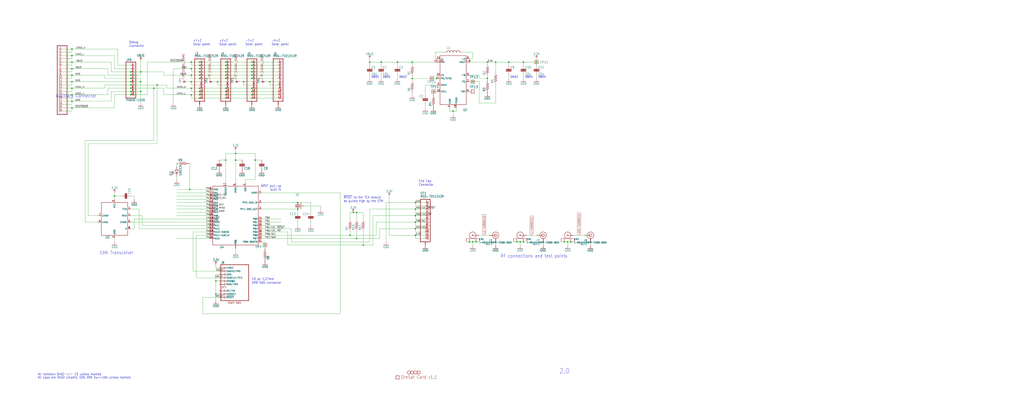
<source format=kicad_sch>
(kicad_sch (version 20211123) (generator eeschema)
  (paper "User" 795.02 317.906)
  (junction (at 195.58 55.88))
  (junction (at 148.59 63.5))
  (junction (at 55.88 68.58))
  (junction (at 167.64 218.44))
  (junction (at 271.78 182.88))
  (junction (at 88.9 152.4))
  (junction (at 205.74 190.5))
  (junction (at 119.38 68.58))
  (junction (at 378.46 48.26))
  (junction (at 148.59 68.58))
  (junction (at 148.59 58.42))
  (junction (at 175.26 76.2))
  (junction (at 274.32 165.1))
  (junction (at 55.88 53.34))
  (junction (at 364.49 187.96))
  (junction (at 175.26 55.88))
  (junction (at 175.26 53.34))
  (junction (at 322.58 162.56))
  (junction (at 308.61 48.26))
  (junction (at 109.22 55.88))
  (junction (at 154.94 50.8))
  (junction (at 195.58 53.34))
  (junction (at 55.88 83.82))
  (junction (at 401.32 187.96))
  (junction (at 440.69 187.96))
  (junction (at 121.92 66.04))
  (junction (at 406.4 187.96))
  (junction (at 109.22 71.12))
  (junction (at 195.58 76.2))
  (junction (at 378.46 60.96))
  (junction (at 168.91 63.5))
  (junction (at 198.12 124.46))
  (junction (at 109.22 63.5))
  (junction (at 195.58 60.96))
  (junction (at 195.58 71.12))
  (junction (at 154.94 76.2))
  (junction (at 384.81 48.26))
  (junction (at 189.23 63.5))
  (junction (at 101.6 71.12))
  (junction (at 322.58 157.48))
  (junction (at 55.88 78.74))
  (junction (at 101.6 73.66))
  (junction (at 101.6 63.5))
  (junction (at 175.26 58.42))
  (junction (at 182.88 119.38))
  (junction (at 147.32 147.32))
  (junction (at 367.03 63.5))
  (junction (at 209.55 63.5))
  (junction (at 295.91 48.26))
  (junction (at 154.94 58.42))
  (junction (at 175.26 73.66))
  (junction (at 443.23 187.96))
  (junction (at 367.03 187.96))
  (junction (at 406.4 48.26))
  (junction (at 231.14 157.48))
  (junction (at 276.86 185.42))
  (junction (at 154.94 71.12))
  (junction (at 101.6 58.42))
  (junction (at 351.79 86.36))
  (junction (at 167.64 228.6))
  (junction (at 55.88 63.5))
  (junction (at 55.88 43.18))
  (junction (at 55.88 58.42))
  (junction (at 195.58 68.58))
  (junction (at 336.55 71.12))
  (junction (at 55.88 48.26))
  (junction (at 175.26 68.58))
  (junction (at 281.94 190.5))
  (junction (at 101.6 55.88))
  (junction (at 175.26 71.12))
  (junction (at 195.58 48.26))
  (junction (at 195.58 50.8))
  (junction (at 416.56 48.26))
  (junction (at 154.94 60.96))
  (junction (at 403.86 187.96))
  (junction (at 394.97 48.26))
  (junction (at 154.94 53.34))
  (junction (at 276.86 165.1))
  (junction (at 231.14 162.56))
  (junction (at 320.04 48.26))
  (junction (at 55.88 73.66))
  (junction (at 148.59 48.26))
  (junction (at 175.26 124.46))
  (junction (at 148.59 53.34))
  (junction (at 175.26 48.26))
  (junction (at 175.26 60.96))
  (junction (at 320.04 60.96))
  (junction (at 154.94 73.66))
  (junction (at 101.6 66.04))
  (junction (at 154.94 48.26))
  (junction (at 175.26 50.8))
  (junction (at 339.09 60.96))
  (junction (at 322.58 182.88))
  (junction (at 182.88 124.46))
  (junction (at 322.58 172.72))
  (junction (at 55.88 38.1))
  (junction (at 101.6 68.58))
  (junction (at 195.58 58.42))
  (junction (at 195.58 73.66))
  (junction (at 438.15 187.96))
  (junction (at 154.94 55.88))
  (junction (at 154.94 68.58))
  (junction (at 322.58 177.8))
  (junction (at 335.28 60.96))
  (junction (at 322.58 167.64))
  (junction (at 287.02 48.26))
  (junction (at 369.57 187.96))
  (junction (at 148.59 73.66))
  (junction (at 101.6 60.96))
  (wire (pts (xy 330.2 162.56) (xy 322.58 162.56)))
  (wire (pts (xy 189.23 63.5) (xy 195.58 63.5)))
  (wire (pts (xy 322.58 162.56) (xy 287.02 162.56)))
  (wire (pts (xy 121.92 66.04) (xy 101.6 66.04)))
  (wire (pts (xy 175.26 71.12) (xy 195.58 71.12)))
  (wire (pts (xy 215.9 53.34) (xy 195.58 53.34)))
  (wire (pts (xy 48.26 78.74) (xy 55.88 78.74)))
  (wire (pts (xy 308.61 48.26) (xy 295.91 48.26)))
  (wire (pts (xy 101.6 58.42) (xy 109.22 58.42)))
  (wire (pts (xy 372.11 63.5) (xy 367.03 63.5)))
  (wire (pts (xy 203.2 185.42) (xy 276.86 185.42)))
  (wire (pts (xy 167.64 218.44) (xy 170.18 218.44)))
  (wire (pts (xy 129.54 68.58) (xy 129.54 66.04)))
  (wire (pts (xy 403.86 187.96) (xy 401.32 187.96)))
  (wire (pts (xy 302.26 182.88) (xy 322.58 182.88)))
  (wire (pts (xy 198.12 119.38) (xy 182.88 119.38)))
  (wire (pts (xy 154.94 55.88) (xy 175.26 55.88)))
  (wire (pts (xy 48.26 40.64) (xy 55.88 40.64)))
  (wire (pts (xy 148.59 63.5) (xy 154.94 63.5)))
  (wire (pts (xy 339.09 66.04) (xy 330.2 66.04)))
  (wire (pts (xy 203.2 187.96) (xy 205.74 187.96)))
  (wire (pts (xy 195.58 66.04) (xy 189.23 66.04)))
  (wire (pts (xy 157.48 243.84) (xy 264.16 243.84)))
  (wire (pts (xy 148.59 48.26) (xy 148.59 50.8)))
  (wire (pts (xy 322.58 177.8) (xy 330.2 177.8)))
  (wire (pts (xy 175.26 48.26) (xy 195.58 48.26)))
  (wire (pts (xy 55.88 73.66) (xy 83.82 73.66)))
  (wire (pts (xy 195.58 71.12) (xy 215.9 71.12)))
  (wire (pts (xy 292.1 182.88) (xy 292.1 172.72)))
  (wire (pts (xy 364.49 48.26) (xy 378.46 48.26)))
  (wire (pts (xy 154.94 68.58) (xy 148.59 68.58)))
  (wire (pts (xy 127 73.66) (xy 127 68.58)))
  (wire (pts (xy 175.26 60.96) (xy 195.58 60.96)))
  (wire (pts (xy 182.88 142.24) (xy 182.88 124.46)))
  (wire (pts (xy 248.92 160.02) (xy 236.22 160.02)))
  (wire (pts (xy 378.46 59.69) (xy 378.46 60.96)))
  (wire (pts (xy 223.52 190.5) (xy 281.94 190.5)))
  (wire (pts (xy 195.58 68.58) (xy 175.26 68.58)))
  (wire (pts (xy 320.04 73.66) (xy 320.04 72.39)))
  (wire (pts (xy 364.49 45.72) (xy 367.03 45.72)))
  (wire (pts (xy 48.26 48.26) (xy 55.88 48.26)))
  (wire (pts (xy 154.94 48.26) (xy 148.59 48.26)))
  (wire (pts (xy 276.86 185.42) (xy 294.64 185.42)))
  (wire (pts (xy 154.94 48.26) (xy 175.26 48.26)))
  (wire (pts (xy 175.26 124.46) (xy 170.18 124.46)))
  (wire (pts (xy 55.88 48.26) (xy 86.36 48.26)))
  (wire (pts (xy 294.64 185.42) (xy 294.64 177.8)))
  (wire (pts (xy 162.56 162.56) (xy 137.16 162.56)))
  (wire (pts (xy 55.88 53.34) (xy 83.82 53.34)))
  (wire (pts (xy 330.2 157.48) (xy 322.58 157.48)))
  (wire (pts (xy 241.3 165.1) (xy 241.3 157.48)))
  (wire (pts (xy 322.58 157.48) (xy 299.72 157.48)))
  (wire (pts (xy 170.18 210.82) (xy 149.86 210.82)))
  (wire (pts (xy 190.5 142.24) (xy 190.5 139.7)))
  (wire (pts (xy 322.58 185.42) (xy 322.58 182.88)))
  (wire (pts (xy 83.82 58.42) (xy 101.6 58.42)))
  (wire (pts (xy 215.9 68.58) (xy 195.58 68.58)))
  (wire (pts (xy 76.2 167.64) (xy 68.58 167.64)))
  (wire (pts (xy 195.58 53.34) (xy 175.26 53.34)))
  (wire (pts (xy 48.26 53.34) (xy 55.88 53.34)))
  (wire (pts (xy 231.14 175.26) (xy 231.14 172.72)))
  (wire (pts (xy 66.04 172.72) (xy 66.04 109.22)))
  (wire (pts (xy 195.58 73.66) (xy 175.26 73.66)))
  (wire (pts (xy 308.61 48.26) (xy 308.61 50.8)))
  (wire (pts (xy 226.06 177.8) (xy 226.06 187.96)))
  (wire (pts (xy 384.81 48.26) (xy 384.81 55.88)))
  (wire (pts (xy 109.22 71.12) (xy 109.22 80.01)))
  (wire (pts (xy 86.36 55.88) (xy 101.6 55.88)))
  (wire (pts (xy 203.2 172.72) (xy 218.44 172.72)))
  (wire (pts (xy 215.9 58.42) (xy 195.58 58.42)))
  (wire (pts (xy 167.64 233.68) (xy 167.64 228.6)))
  (wire (pts (xy 195.58 50.8) (xy 215.9 50.8)))
  (wire (pts (xy 152.4 182.88) (xy 162.56 182.88)))
  (wire (pts (xy 231.14 157.48) (xy 241.3 157.48)))
  (wire (pts (xy 55.88 50.8) (xy 55.88 48.26)))
  (wire (pts (xy 248.92 162.56) (xy 248.92 160.02)))
  (wire (pts (xy 55.88 38.1) (xy 91.44 38.1)))
  (wire (pts (xy 406.4 50.8) (xy 406.4 48.26)))
  (wire (pts (xy 48.26 50.8) (xy 55.88 50.8)))
  (wire (pts (xy 109.22 46.99) (xy 109.22 55.88)))
  (wire (pts (xy 394.97 48.26) (xy 394.97 50.8)))
  (wire (pts (xy 127 68.58) (xy 119.38 68.58)))
  (wire (pts (xy 88.9 152.4) (xy 88.9 149.86)))
  (wire (pts (xy 148.59 68.58) (xy 129.54 68.58)))
  (wire (pts (xy 379.73 182.88) (xy 372.11 182.88)))
  (wire (pts (xy 114.3 48.26) (xy 114.3 73.66)))
  (wire (pts (xy 330.2 185.42) (xy 322.58 185.42)))
  (wire (pts (xy 299.72 187.96) (xy 299.72 157.48)))
  (wire (pts (xy 302.26 152.4) (xy 302.26 182.88)))
  (wire (pts (xy 384.81 190.5) (xy 384.81 187.96)))
  (wire (pts (xy 198.12 124.46) (xy 198.12 119.38)))
  (wire (pts (xy 68.58 167.64) (xy 68.58 111.76)))
  (wire (pts (xy 175.26 68.58) (xy 154.94 68.58)))
  (wire (pts (xy 289.56 190.5) (xy 289.56 167.64)))
  (wire (pts (xy 384.81 80.01) (xy 372.11 80.01)))
  (wire (pts (xy 104.14 170.18) (xy 104.14 177.8)))
  (wire (pts (xy 162.56 152.4) (xy 137.16 152.4)))
  (wire (pts (xy 458.47 190.5) (xy 458.47 187.96)))
  (wire (pts (xy 48.26 83.82) (xy 55.88 83.82)))
  (wire (pts (xy 101.6 172.72) (xy 162.56 172.72)))
  (wire (pts (xy 330.2 66.04) (xy 330.2 73.66)))
  (wire (pts (xy 339.09 45.72) (xy 337.82 45.72)))
  (wire (pts (xy 276.86 165.1) (xy 281.94 165.1)))
  (wire (pts (xy 195.58 76.2) (xy 215.9 76.2)))
  (wire (pts (xy 271.78 165.1) (xy 274.32 165.1)))
  (wire (pts (xy 175.26 73.66) (xy 154.94 73.66)))
  (wire (pts (xy 147.32 127) (xy 147.32 147.32)))
  (wire (pts (xy 81.28 58.42) (xy 81.28 60.96)))
  (wire (pts (xy 406.4 48.26) (xy 394.97 48.26)))
  (wire (pts (xy 167.64 213.36) (xy 170.18 213.36)))
  (wire (pts (xy 175.26 63.5) (xy 168.91 63.5)))
  (wire (pts (xy 195.58 60.96) (xy 215.9 60.96)))
  (wire (pts (xy 148.59 48.26) (xy 114.3 48.26)))
  (wire (pts (xy 154.94 76.2) (xy 175.26 76.2)))
  (wire (pts (xy 162.56 170.18) (xy 104.14 170.18)))
  (wire (pts (xy 119.38 68.58) (xy 101.6 68.58)))
  (wire (pts (xy 205.74 190.5) (xy 205.74 193.04)))
  (wire (pts (xy 88.9 83.82) (xy 88.9 73.66)))
  (wire (pts (xy 148.59 58.42) (xy 154.94 58.42)))
  (wire (pts (xy 127 58.42) (xy 148.59 58.42)))
  (wire (pts (xy 101.6 60.96) (xy 109.22 60.96)))
  (wire (pts (xy 337.82 45.72) (xy 337.82 40.64)))
  (wire (pts (xy 440.69 187.96) (xy 438.15 187.96)))
  (wire (pts (xy 162.56 165.1) (xy 137.16 165.1)))
  (wire (pts (xy 55.88 58.42) (xy 81.28 58.42)))
  (wire (pts (xy 330.2 83.82) (xy 330.2 81.28)))
  (wire (pts (xy 440.69 187.96) (xy 443.23 187.96)))
  (wire (pts (xy 294.64 177.8) (xy 322.58 177.8)))
  (wire (pts (xy 48.26 68.58) (xy 55.88 68.58)))
  (wire (pts (xy 168.91 63.5) (xy 165.1 63.5)))
  (wire (pts (xy 281.94 165.1) (xy 281.94 170.18)))
  (wire (pts (xy 48.26 63.5) (xy 55.88 63.5)))
  (wire (pts (xy 55.88 71.12) (xy 55.88 68.58)))
  (wire (pts (xy 134.62 53.34) (xy 148.59 53.34)))
  (wire (pts (xy 203.2 170.18) (xy 218.44 170.18)))
  (wire (pts (xy 148.59 76.2) (xy 148.59 73.66)))
  (wire (pts (xy 48.26 66.04) (xy 55.88 66.04)))
  (wire (pts (xy 88.9 187.96) (xy 88.9 185.42)))
  (wire (pts (xy 154.94 60.96) (xy 148.59 60.96)))
  (wire (pts (xy 48.26 38.1) (xy 55.88 38.1)))
  (wire (pts (xy 271.78 170.18) (xy 271.78 165.1)))
  (wire (pts (xy 351.79 88.9) (xy 351.79 86.36)))
  (wire (pts (xy 205.74 187.96) (xy 205.74 190.5)))
  (wire (pts (xy 121.92 111.76) (xy 121.92 66.04)))
  (wire (pts (xy 55.88 81.28) (xy 55.88 78.74)))
  (wire (pts (xy 154.94 60.96) (xy 175.26 60.96)))
  (wire (pts (xy 162.56 177.8) (xy 107.95 177.8)))
  (wire (pts (xy 88.9 43.18) (xy 88.9 53.34)))
  (wire (pts (xy 55.88 78.74) (xy 86.36 78.74)))
  (wire (pts (xy 378.46 60.96) (xy 378.46 62.23)))
  (wire (pts (xy 154.94 50.8) (xy 175.26 50.8)))
  (wire (pts (xy 320.04 48.26) (xy 320.04 49.53)))
  (wire (pts (xy 203.2 177.8) (xy 226.06 177.8)))
  (wire (pts (xy 369.57 187.96) (xy 372.11 187.96)))
  (wire (pts (xy 147.32 147.32) (xy 137.16 147.32)))
  (wire (pts (xy 129.54 66.04) (xy 121.92 66.04)))
  (wire (pts (xy 287.02 45.72) (xy 287.02 48.26)))
  (wire (pts (xy 55.88 66.04) (xy 55.88 63.5)))
  (wire (pts (xy 440.69 190.5) (xy 440.69 187.96)))
  (wire (pts (xy 104.14 152.4) (xy 104.14 154.94)))
  (wire (pts (xy 48.26 58.42) (xy 55.88 58.42)))
  (wire (pts (xy 154.94 76.2) (xy 148.59 76.2)))
  (wire (pts (xy 367.03 187.96) (xy 364.49 187.96)))
  (wire (pts (xy 378.46 48.26) (xy 384.81 48.26)))
  (wire (pts (xy 109.22 63.5) (xy 109.22 71.12)))
  (wire (pts (xy 48.26 45.72) (xy 55.88 45.72)))
  (wire (pts (xy 292.1 172.72) (xy 322.58 172.72)))
  (wire (pts (xy 114.3 73.66) (xy 101.6 73.66)))
  (wire (pts (xy 320.04 62.23) (xy 320.04 60.96)))
  (wire (pts (xy 148.59 71.12) (xy 148.59 68.58)))
  (wire (pts (xy 101.6 167.64) (xy 110.49 167.64)))
  (wire (pts (xy 157.48 231.14) (xy 157.48 243.84)))
  (wire (pts (xy 330.2 170.18) (xy 322.58 170.18)))
  (wire (pts (xy 182.88 119.38) (xy 182.88 116.84)))
  (wire (pts (xy 88.9 53.34) (xy 101.6 53.34)))
  (wire (pts (xy 86.36 78.74) (xy 86.36 71.12)))
  (wire (pts (xy 76.2 172.72) (xy 66.04 172.72)))
  (wire (pts (xy 322.58 172.72) (xy 330.2 172.72)))
  (wire (pts (xy 401.32 187.96) (xy 398.78 187.96)))
  (wire (pts (xy 274.32 165.1) (xy 276.86 165.1)))
  (wire (pts (xy 91.44 50.8) (xy 101.6 50.8)))
  (wire (pts (xy 336.55 73.66) (xy 336.55 71.12)))
  (wire (pts (xy 48.26 71.12) (xy 55.88 71.12)))
  (wire (pts (xy 55.88 43.18) (xy 88.9 43.18)))
  (wire (pts (xy 322.58 160.02) (xy 330.2 160.02)))
  (wire (pts (xy 48.26 76.2) (xy 55.88 76.2)))
  (wire (pts (xy 264.16 149.86) (xy 264.16 243.84)))
  (wire (pts (xy 55.88 40.64) (xy 55.88 38.1)))
  (wire (pts (xy 195.58 48.26) (xy 215.9 48.26)))
  (wire (pts (xy 349.25 86.36) (xy 351.79 86.36)))
  (wire (pts (xy 162.56 160.02) (xy 137.16 160.02)))
  (wire (pts (xy 48.26 81.28) (xy 55.88 81.28)))
  (wire (pts (xy 416.56 60.96) (xy 416.56 58.42)))
  (wire (pts (xy 154.94 71.12) (xy 175.26 71.12)))
  (wire (pts (xy 378.46 60.96) (xy 372.11 60.96)))
  (wire (pts (xy 185.42 63.5) (xy 189.23 63.5)))
  (wire (pts (xy 175.26 76.2) (xy 195.58 76.2)))
  (wire (pts (xy 406.4 60.96) (xy 406.4 58.42)))
  (wire (pts (xy 384.81 48.26) (xy 394.97 48.26)))
  (wire (pts (xy 55.88 76.2) (xy 55.88 73.66)))
  (wire (pts (xy 182.88 124.46) (xy 182.88 119.38)))
  (wire (pts (xy 198.12 124.46) (xy 203.2 124.46)))
  (wire (pts (xy 48.26 60.96) (xy 55.88 60.96)))
  (wire (pts (xy 215.9 73.66) (xy 195.58 73.66)))
  (wire (pts (xy 189.23 66.04) (xy 189.23 63.5)))
  (wire (pts (xy 223.52 180.34) (xy 223.52 190.5)))
  (wire (pts (xy 364.49 187.96) (xy 361.95 187.96)))
  (wire (pts (xy 322.58 175.26) (xy 322.58 172.72)))
  (wire (pts (xy 187.96 124.46) (xy 182.88 124.46)))
  (wire (pts (xy 339.09 58.42) (xy 339.09 60.96)))
  (wire (pts (xy 406.4 187.96) (xy 408.94 187.96)))
  (wire (pts (xy 109.22 55.88) (xy 127 55.88)))
  (wire (pts (xy 86.36 48.26) (xy 86.36 55.88)))
  (wire (pts (xy 101.6 71.12) (xy 109.22 71.12)))
  (wire (pts (xy 241.3 175.26) (xy 241.3 172.72)))
  (wire (pts (xy 281.94 180.34) (xy 281.94 190.5)))
  (wire (pts (xy 349.25 83.82) (xy 349.25 86.36)))
  (wire (pts (xy 322.58 170.18) (xy 322.58 167.64)))
  (wire (pts (xy 170.18 215.9) (xy 152.4 215.9)))
  (wire (pts (xy 86.36 71.12) (xy 101.6 71.12)))
  (wire (pts (xy 287.02 48.26) (xy 287.02 50.8)))
  (wire (pts (xy 330.2 175.26) (xy 322.58 175.26)))
  (wire (pts (xy 175.26 50.8) (xy 195.58 50.8)))
  (wire (pts (xy 339.09 60.96) (xy 335.28 60.96)))
  (wire (pts (xy 88.9 154.94) (xy 88.9 152.4)))
  (wire (pts (xy 281.94 190.5) (xy 289.56 190.5)))
  (wire (pts (xy 215.9 66.04) (xy 209.55 66.04)))
  (wire (pts (xy 154.94 58.42) (xy 175.26 58.42)))
  (wire (pts (xy 119.38 109.22) (xy 119.38 68.58)))
  (wire (pts (xy 148.59 55.88) (xy 154.94 55.88)))
  (wire (pts (xy 198.12 139.7) (xy 198.12 124.46)))
  (wire (pts (xy 320.04 59.69) (xy 320.04 60.96)))
  (wire (pts (xy 162.56 157.48) (xy 137.16 157.48)))
  (wire (pts (xy 91.44 38.1) (xy 91.44 50.8)))
  (wire (pts (xy 226.06 187.96) (xy 287.02 187.96)))
  (wire (pts (xy 55.88 83.82) (xy 88.9 83.82)))
  (wire (pts (xy 48.26 86.36) (xy 55.88 86.36)))
  (wire (pts (xy 453.39 182.88) (xy 445.77 182.88)))
  (wire (pts (xy 203.2 175.26) (xy 218.44 175.26)))
  (wire (pts (xy 83.82 53.34) (xy 83.82 58.42)))
  (wire (pts (xy 83.82 73.66) (xy 83.82 68.58)))
  (wire (pts (xy 203.2 182.88) (xy 271.78 182.88)))
  (wire (pts (xy 421.64 190.5) (xy 421.64 187.96)))
  (wire (pts (xy 48.26 73.66) (xy 55.88 73.66)))
  (wire (pts (xy 182.88 195.58) (xy 182.88 193.04)))
  (wire (pts (xy 384.81 66.04) (xy 384.81 80.01)))
  (wire (pts (xy 162.56 154.94) (xy 137.16 154.94)))
  (wire (pts (xy 167.64 218.44) (xy 167.64 213.36)))
  (wire (pts (xy 127 55.88) (xy 127 58.42)))
  (wire (pts (xy 148.59 53.34) (xy 148.59 55.88)))
  (wire (pts (xy 322.58 167.64) (xy 289.56 167.64)))
  (wire (pts (xy 330.2 167.64) (xy 322.58 167.64)))
  (wire (pts (xy 264.16 149.86) (xy 203.2 149.86)))
  (wire (pts (xy 162.56 149.86) (xy 137.16 149.86)))
  (wire (pts (xy 276.86 180.34) (xy 276.86 185.42)))
  (wire (pts (xy 372.11 60.96) (xy 372.11 58.42)))
  (wire (pts (xy 438.15 187.96) (xy 435.61 187.96)))
  (wire (pts (xy 416.56 182.88) (xy 408.94 182.88)))
  (wire (pts (xy 101.6 63.5) (xy 109.22 63.5)))
  (wire (pts (xy 81.28 60.96) (xy 101.6 60.96)))
  (wire (pts (xy 175.26 66.04) (xy 168.91 66.04)))
  (wire (pts (xy 322.58 160.02) (xy 322.58 157.48)))
  (wire (pts (xy 101.6 162.56) (xy 107.95 162.56)))
  (wire (pts (xy 101.6 177.8) (xy 104.14 177.8)))
  (wire (pts (xy 335.28 60.96) (xy 320.04 60.96)))
  (wire (pts (xy 209.55 63.5) (xy 215.9 63.5)))
  (wire (pts (xy 81.28 68.58) (xy 81.28 66.04)))
  (wire (pts (xy 162.56 147.32) (xy 147.32 147.32)))
  (wire (pts (xy 322.58 180.34) (xy 322.58 177.8)))
  (wire (pts (xy 55.88 60.96) (xy 55.88 58.42)))
  (wire (pts (xy 137.16 137.16) (xy 137.16 139.7)))
  (wire (pts (xy 101.6 55.88) (xy 109.22 55.88)))
  (wire (pts (xy 148.59 50.8) (xy 154.94 50.8)))
  (wire (pts (xy 209.55 66.04) (xy 209.55 63.5)))
  (wire (pts (xy 367.03 45.72) (xy 367.03 40.64)))
  (wire (pts (xy 154.94 73.66) (xy 148.59 73.66)))
  (wire (pts (xy 137.16 127) (xy 137.16 129.54)))
  (wire (pts (xy 168.91 66.04) (xy 168.91 63.5)))
  (wire (pts (xy 55.88 55.88) (xy 55.88 53.34)))
  (wire (pts (xy 322.58 162.56) (xy 322.58 165.1)))
  (wire (pts (xy 55.88 68.58) (xy 81.28 68.58)))
  (wire (pts (xy 308.61 48.26) (xy 320.04 48.26)))
  (wire (pts (xy 167.64 228.6) (xy 167.64 218.44)))
  (wire (pts (xy 322.58 182.88) (xy 330.2 182.88)))
  (wire (pts (xy 162.56 167.64) (xy 137.16 167.64)))
  (wire (pts (xy 308.61 60.96) (xy 308.61 58.42)))
  (wire (pts (xy 354.33 86.36) (xy 354.33 83.82)))
  (wire (pts (xy 295.91 48.26) (xy 287.02 48.26)))
  (wire (pts (xy 110.49 167.64) (xy 110.49 175.26)))
  (wire (pts (xy 364.49 71.12) (xy 367.03 71.12)))
  (wire (pts (xy 154.94 66.04) (xy 148.59 66.04)))
  (wire (pts (xy 190.5 139.7) (xy 198.12 139.7)))
  (wire (pts (xy 203.2 157.48) (xy 231.14 157.48)))
  (wire (pts (xy 110.49 175.26) (xy 162.56 175.26)))
  (wire (pts (xy 416.56 50.8) (xy 416.56 48.26)))
  (wire (pts (xy 394.97 58.42) (xy 394.97 60.96)))
  (wire (pts (xy 175.26 55.88) (xy 195.58 55.88)))
  (wire (pts (xy 287.02 187.96) (xy 287.02 162.56)))
  (wire (pts (xy 152.4 215.9) (xy 152.4 182.88)))
  (wire (pts (xy 144.78 63.5) (xy 148.59 63.5)))
  (wire (pts (xy 88.9 152.4) (xy 93.98 152.4)))
  (wire (pts (xy 107.95 177.8) (xy 107.95 162.56)))
  (wire (pts (xy 154.94 53.34) (xy 148.59 53.34)))
  (wire (pts (xy 68.58 111.76) (xy 121.92 111.76)))
  (wire (pts (xy 416.56 45.72) (xy 416.56 48.26)))
  (wire (pts (xy 148.59 60.96) (xy 148.59 58.42)))
  (wire (pts (xy 154.94 71.12) (xy 148.59 71.12)))
  (wire (pts (xy 195.58 55.88) (xy 215.9 55.88)))
  (wire (pts (xy 134.62 80.01) (xy 134.62 53.34)))
  (wire (pts (xy 271.78 182.88) (xy 292.1 182.88)))
  (wire (pts (xy 149.86 180.34) (xy 162.56 180.34)))
  (wire (pts (xy 101.6 152.4) (xy 104.14 152.4)))
  (wire (pts (xy 403.86 187.96) (xy 406.4 187.96)))
  (wire (pts (xy 372.11 58.42) (xy 364.49 58.42)))
  (wire (pts (xy 367.03 187.96) (xy 369.57 187.96)))
  (wire (pts (xy 175.26 53.34) (xy 154.94 53.34)))
  (wire (pts (xy 295.91 58.42) (xy 295.91 60.96)))
  (wire (pts (xy 330.2 180.34) (xy 322.58 180.34)))
  (wire (pts (xy 287.02 58.42) (xy 287.02 60.96)))
  (wire (pts (xy 109.22 58.42) (xy 109.22 55.88)))
  (wire (pts (xy 109.22 60.96) (xy 109.22 63.5)))
  (wire (pts (xy 167.64 208.28) (xy 167.64 205.74)))
  (wire (pts (xy 167.64 228.6) (xy 170.18 228.6)))
  (wire (pts (xy 148.59 66.04) (xy 148.59 63.5)))
  (wire (pts (xy 195.58 58.42) (xy 175.26 58.42)))
  (wire (pts (xy 276.86 165.1) (xy 276.86 170.18)))
  (wire (pts (xy 372.11 80.01) (xy 372.11 63.5)))
  (wire (pts (xy 55.88 45.72) (xy 55.88 43.18)))
  (wire (pts (xy 367.03 40.64) (xy 359.41 40.64)))
  (wire (pts (xy 170.18 208.28) (xy 167.64 208.28)))
  (wire (pts (xy 443.23 187.96) (xy 445.77 187.96)))
  (wire (pts (xy 416.56 48.26) (xy 406.4 48.26)))
  (wire (pts (xy 203.2 162.56) (xy 231.14 162.56)))
  (wire (pts (xy 231.14 165.1) (xy 231.14 162.56)))
  (wire (pts (xy 162.56 185.42) (xy 137.16 185.42)))
  (wire (pts (xy 182.88 119.38) (xy 175.26 119.38)))
  (wire (pts (xy 148.59 73.66) (xy 127 73.66)))
  (wire (pts (xy 66.04 109.22) (xy 119.38 109.22)))
  (wire (pts (xy 88.9 73.66) (xy 101.6 73.66)))
  (wire (pts (xy 403.86 190.5) (xy 403.86 187.96)))
  (wire (pts (xy 271.78 180.34) (xy 271.78 182.88)))
  (wire (pts (xy 175.26 124.46) (xy 175.26 119.38)))
  (wire (pts (xy 367.03 63.5) (xy 364.49 63.5)))
  (wire (pts (xy 339.09 71.12) (xy 336.55 71.12)))
  (wire (pts (xy 48.26 55.88) (xy 55.88 55.88)))
  (wire (pts (xy 295.91 50.8) (xy 295.91 48.26)))
  (wire (pts (xy 203.2 180.34) (xy 223.52 180.34)))
  (wire (pts (xy 55.88 63.5) (xy 101.6 63.5)))
  (wire (pts (xy 170.18 231.14) (xy 157.48 231.14)))
  (wire (pts (xy 55.88 86.36) (xy 55.88 83.82)))
  (wire (pts (xy 367.03 190.5) (xy 367.03 187.96)))
  (wire (pts (xy 175.26 124.46) (xy 175.26 142.24)))
  (wire (pts (xy 81.28 66.04) (xy 101.6 66.04)))
  (wire (pts (xy 351.79 86.36) (xy 354.33 86.36)))
  (wire (pts (xy 337.82 40.64) (xy 344.17 40.64)))
  (wire (pts (xy 48.26 43.18) (xy 55.88 43.18)))
  (wire (pts (xy 83.82 68.58) (xy 101.6 68.58)))
  (wire (pts (xy 320.04 48.26) (xy 339.09 48.26)))
  (wire (pts (xy 205.74 63.5) (xy 209.55 63.5)))
  (wire (pts (xy 149.86 210.82) (xy 149.86 180.34)))
  (wire (pts (xy 322.58 165.1) (xy 330.2 165.1)))
  (wire (pts (xy 378.46 49.53) (xy 378.46 48.26)))
  (text "0805" (at 417.83 60.96 180) (effects (font (size 1.778 1.5113)) (justify left bottom)))
  (text "10 pn 1.27mm\nARM SWD connector" (at 195.58 220.98 180) (effects (font (size 1.778 1.5113)) (justify left bottom)))
  (text "0603" (at 309.88 60.96 180) (effects (font (size 1.778 1.5113)) (justify left bottom)))
  (text "CAN Transceiver" (at 77.47 198.12 180) (effects (font (size 2.54 2.159)) (justify left bottom)))
  (text "+Y+Z\nSolar panel" (at 149.86 35.56 180) (effects (font (size 1.778 1.5113)) (justify left bottom)))
  (text "All resistors 0402 +/- 1% unless marked" (at 29.21 292.1 180) (effects (font (size 1.778 1.5113)) (justify left bottom)))
  (text "2.0" (at 434.34 290.83 180) (effects (font (size 3.81 3.2385)) (justify left bottom)))
  (text "0603" (at 396.24 60.96 180) (effects (font (size 1.778 1.5113)) (justify left bottom)))
  (text "0805" (at 407.67 60.96 180) (effects (font (size 1.778 1.5113)) (justify left bottom)))
  (text "0805" (at 297.18 60.96 180) (effects (font (size 1.778 1.5113)) (justify left bottom)))
  (text "+X+Z\nSolar panel" (at 170.18 35.56 180) (effects (font (size 1.778 1.5113)) (justify left bottom)))
  (text "-Y+Z\nSolar panel" (at 190.5 35.56 180) (effects (font (size 1.778 1.5113)) (justify left bottom)))
  (text "RF connections and test points" (at 388.62 200.66 180) (effects (font (size 2.54 2.159)) (justify left bottom)))
  (text "All caps are 0402 ceramic 10% X5R Vw>=16V unless marked" (at 29.21 294.64 0) (effects (font (size 1.778 1.5113)) (justify left bottom)))
  (text "Auxiliary Connector" (at 43.18 76.2 180) (effects (font (size 2.54 2.159)) (justify left bottom)))
  (text "0805" (at 288.29 60.96 180) (effects (font (size 1.778 1.5113)) (justify left bottom)))
  (text "Debug\nConnector" (at 100.33 36.83 180) (effects (font (size 1.778 1.5113)) (justify left bottom)))
  (text "-X+Z\nSolar panel" (at 210.82 35.56 180) (effects (font (size 1.778 1.5113)) (justify left bottom)))
  (text "NRST pull-up\nbuilt in" (at 218.44 148.59 180) (effects (font (size 1.778 1.5113)) (justify right bottom)))
  (text "~{RESET} to the TCA should\nbe pulled high by the STM" (at 266.7 157.48 0) (effects (font (size 1.778 1.5113)) (justify left bottom)))
  (text "End Cap\nConnector" (at 325.12 144.78 180) (effects (font (size 1.778 1.5113)) (justify left bottom)))
  (label "PA3/USART2_RX" (at 160.02 154.94 0) (effects (font (size 1.2446 1.2446))))
  (label "PA1" (at 160.02 149.86 0) (effects (font (size 1.2446 1.2446))))
  (label "CAN_SILENT" (at 160.02 170.18 0) (effects (font (size 1.2446 1.2446))))
  (label "GND" (at 58.42 58.42 0) (effects (font (size 1.2446 1.2446))))
  (label "SWCLK" (at 167.005 215.9 0) (effects (font (size 1.2446 1.2446))))
  (label "PB6/SCL" (at 322.58 172.72 0) (effects (font (size 1.2446 1.2446))))
  (label "PB1" (at 205.74 172.72 0) (effects (font (size 1.2446 1.2446))))
  (label "VBUS" (at 59.055 48.26 0) (effects (font (size 1.2446 1.2446))))
  (label "GND" (at 58.42 78.74 0) (effects (font (size 1.2446 1.2446))))
  (label "PA6/SPI1_MISO" (at 160.02 162.56 0) (effects (font (size 1.2446 1.2446))))
  (label "PB4/I2C-~{RESET}" (at 205.74 177.8 0) (effects (font (size 1.2446 1.2446))))
  (label "PA15" (at 160.02 185.42 0) (effects (font (size 1.2446 1.2446))))
  (label "SWCLK" (at 160.02 182.88 0) (effects (font (size 1.2446 1.2446))))
  (label "CAN_SHDN" (at 160.02 172.72 0) (effects (font (size 1.2446 1.2446))))
  (label "CAN2_H" (at 59.055 38.1 0) (effects (font (size 1.2446 1.2446))))
  (label "3.3V" (at 322.58 182.88 0) (effects (font (size 1.2446 1.2446))))
  (label "~{SHUTDOWN}" (at 58.42 83.82 0) (effects (font (size 1.2446 1.2446))))
  (label "PB6/SCL" (at 205.74 182.88 0) (effects (font (size 1.2446 1.2446))))
  (label "PA2/USART2_TX" (at 160.02 152.4 0) (effects (font (size 1.2446 1.2446))))
  (label "CAN2_L" (at 58.42 43.18 0) (effects (font (size 1.2446 1.2446))))
  (label "SWDIO" (at 160.02 180.34 0) (effects (font (size 1.2446 1.2446))))
  (label "CAN1_L" (at 137.16 73.66 0) (effects (font (size 1.2446 1.2446))))
  (label "PB5/I2C-~{INT}" (at 322.58 167.64 0) (effects (font (size 1.2446 1.2446))))
  (label "CAN_TX" (at 160.02 177.8 0) (effects (font (size 1.2446 1.2446))))
  (label "GND" (at 322.58 157.48 0) (effects (font (size 1.2446 1.2446))))
  (label "~{SHUTDOWN}" (at 132.08 48.26 0) (effects (font (size 1.2446 1.2446))))
  (label "CAN1_L" (at 58.42 73.66 0) (effects (font (size 1.2446 1.2446))))
  (label "PB3" (at 205.74 175.26 0) (effects (font (size 1.2446 1.2446))))
  (label "PB0" (at 205.74 170.18 0) (effects (font (size 1.2446 1.2446))))
  (label "GND" (at 140.97 53.34 0) (effects (font (size 1.2446 1.2446))))
  (label "NRESET" (at 167.005 231.14 0) (effects (font (size 1.2446 1.2446))))
  (label "PB5/I2C-~{INT}" (at 205.74 180.34 0) (effects (font (size 1.2446 1.2446))))
  (label "PA7/SPI1_MOSI" (at 160.02 165.1 0) (effects (font (size 1.2446 1.2446))))
  (label "PA4" (at 160.02 157.48 0) (effects (font (size 1.2446 1.2446))))
  (label "PB4/I2C-~{RESET}" (at 322.58 162.56 0) (effects (font (size 1.2446 1.2446))))
  (label "PB7/SDA" (at 322.58 177.8 0) (effects (font (size 1.2446 1.2446))))
  (label "SWDIO" (at 167.64 210.82 0) (effects (font (size 1.2446 1.2446))))
  (label "PA8" (at 160.02 167.64 0) (effects (font (size 1.2446 1.2446))))
  (label "GND" (at 58.42 63.5 0) (effects (font (size 1.2446 1.2446))))
  (label "PA5/SPI1_SCK" (at 160.02 160.02 0) (effects (font (size 1.2446 1.2446))))
  (label "VBUS" (at 139.7 58.42 0) (effects (font (size 1.2446 1.2446))))
  (label "CAN_RX" (at 160.02 175.26 0) (effects (font (size 1.2446 1.2446))))
  (label "3.3V" (at 378.46 48.26 0) (effects (font (size 1.2446 1.2446))))
  (label "CAN1_H" (at 137.16 68.58 0) (effects (font (size 1.2446 1.2446))))
  (label "PB7/SDA" (at 205.74 185.42 0) (effects (font (size 1.2446 1.2446))))
  (label "CAN1_H" (at 58.42 68.58 0) (effects (font (size 1.2446 1.2446))))
  (label "VBUS" (at 58.42 53.34 0) (effects (font (size 1.2446 1.2446))))
  (label "PA0" (at 160.02 147.32 0) (effects (font (size 1.2446 1.2446))))
  (global_label "L-TURNSTILE" (shape input) (at 412.75 182.88 90) (property "Intersheet References" "${INTERSHEET_REFS}" (effects hide)))
  (global_label "UHF-TURNSTILE" (shape input) (at 449.58 182.88 90) (property "Intersheet References" "${INTERSHEET_REFS}" (effects hide)))
  (global_label "L1-TURNSTILE" (shape input) (at 375.92 182.88 90) (property "Intersheet References" "${INTERSHEET_REFS}" (effects hide)))
  (symbol (lib_id "oresat-minusz-end-card-eagle-import:U.FL2PIN") (at 421.64 182.88 0) (mirror y) (unit 1)
    (property "Reference" "J7" (at 419.1 187.96 0) (effects (font (size 1.778 1.5113)) (justify left bottom)))
    (property "Value" "U.FL" (at 419.1 190.5 0) (effects (font (size 1.778 1.5113)) (justify left bottom)))
    (property "Footprint" "oresat-minusz-end-card:U.FL" (effects hide))
  )
  (symbol (lib_id "oresat-minusz-end-card-eagle-import:GND") (at 109.22 82.55 0) (mirror y) (unit 1)
    (property "Reference" "#GND07" (effects hide))
    (property "Value" "GND" (at 111.76 85.09 0) (effects (font (size 1.778 1.5113)) (justify left bottom)))
    (property "Footprint" "oresat-minusz-end-card:" (effects hide))
  )
  (symbol (lib_id "oresat-minusz-end-card-eagle-import:GND") (at 330.2 86.36 0) (unit 1)
    (property "Reference" "#GND013" (effects hide))
    (property "Value" "GND" (at 327.66 88.9 0) (effects (font (size 1.778 1.5113)) (justify left bottom)))
    (property "Footprint" "oresat-minusz-end-card:" (effects hide))
  )
  (symbol (lib_id "oresat-minusz-end-card-eagle-import:TCAN330") (at 88.9 170.18 0) (mirror y) (unit 1)
    (property "Reference" "U3" (at 85.09 185.42 0) (effects (font (size 1.778 1.5113)) (justify left bottom)))
    (property "Value" "TCAN330" (at 85.09 187.96 0) (effects (font (size 1.778 1.5113)) (justify left bottom)))
    (property "Footprint" "oresat-minusz-end-card:SOT23-8_TI-DCN" (effects hide))
    (property "Value" "TCAN330" (effects hide))
    (property "Value" "TCAN330" (effects hide))
    (property "Value" "TCAN330" (effects hide))
    (property "Value" "TCAN330" (effects hide))
  )
  (symbol (lib_id "oresat-minusz-end-card-eagle-import:J-MOLEX-SMPM-73300-003X") (at 403.86 182.88 0) (unit 1)
    (property "Reference" "CM2" (at 408.94 186.69 0) (effects (font (size 1.27 1.0795)) (justify left bottom)))
    (property "Value" "J-MOLEX-SMPM-73300-003X" (at 408.94 189.23 0) (effects (font (size 1.27 1.0795)) (justify left bottom)))
    (property "Footprint" "oresat-minusz-end-card:J-MOLEX-SMPM-073300-003X" (effects hide))
  )
  (symbol (lib_id "oresat-minusz-end-card-eagle-import:GND") (at 384.81 193.04 0) (unit 1)
    (property "Reference" "#GND030" (effects hide))
    (property "Value" "GND" (at 382.27 195.58 0) (effects (font (size 1.778 1.5113)) (justify left bottom)))
    (property "Footprint" "oresat-minusz-end-card:" (effects hide))
  )
  (symbol (lib_id "oresat-minusz-end-card-eagle-import:GND") (at 416.56 63.5 0) (unit 1)
    (property "Reference" "#GND018" (effects hide))
    (property "Value" "GND" (at 414.02 66.04 0) (effects (font (size 1.778 1.5113)) (justify left bottom)))
    (property "Footprint" "oresat-minusz-end-card:" (effects hide))
  )
  (symbol (lib_id "oresat-minusz-end-card-eagle-import:TPPAD1-13") (at 203.2 63.5 90) (unit 1)
    (property "Reference" "TP4" (at 201.93 64.77 0) (effects (font (size 1.778 1.5113)) (justify left bottom)))
    (property "Value" "TPPAD1-13" (effects hide))
    (property "Footprint" "oresat-minusz-end-card:P1-13" (effects hide))
  )
  (symbol (lib_id "oresat-minusz-end-card-eagle-import:LED-GREEN0603") (at 137.16 132.08 0) (unit 1)
    (property "Reference" "D1" (at 133.731 136.652 90) (effects (font (size 1.778 1.778)) (justify left bottom)))
    (property "Value" "GREEN" (at 139.065 136.652 90) (effects (font (size 1.778 1.778)) (justify left top)))
    (property "Footprint" "oresat-minusz-end-card:LED-0603" (effects hide))
  )
  (symbol (lib_id "oresat-minusz-end-card-eagle-import:GND") (at 203.2 134.62 0) (unit 1)
    (property "Reference" "#GND040" (effects hide))
    (property "Value" "GND" (at 200.66 137.16 0) (effects (font (size 1.778 1.5113)) (justify left bottom)))
    (property "Footprint" "oresat-minusz-end-card:" (effects hide))
  )
  (symbol (lib_id "oresat-minusz-end-card-eagle-import:M55-7101242R") (at 177.8 60.96 0) (unit 1)
    (property "Reference" "J4" (at 171.45 42.545 0) (effects (font (size 1.778 1.5113)) (justify left bottom)))
    (property "Value" "M55-7101242R" (at 171.45 44.45 0) (effects (font (size 1.778 1.5113)) (justify left bottom)))
    (property "Footprint" "oresat-minusz-end-card:M55-7101242R" (effects hide))
  )
  (symbol (lib_id "oresat-minusz-end-card-eagle-import:C-EU0402-B-NOSILK") (at 187.96 129.54 0) (mirror x) (unit 1)
    (property "Reference" "C18" (at 189.484 129.921 0) (effects (font (size 1.778 1.5113)) (justify left bottom)))
    (property "Value" "100n" (at 189.484 124.841 0) (effects (font (size 1.778 1.5113)) (justify left bottom)))
    (property "Footprint" "oresat-minusz-end-card:.0402-B-NOSILK" (effects hide))
    (property "Value" "100n" (effects hide))
    (property "Value" "100n" (effects hide))
    (property "Value" "100n" (effects hide))
    (property "Value" "100n" (effects hide))
  )
  (symbol (lib_id "oresat-minusz-end-card-eagle-import:GND") (at 336.55 86.36 0) (unit 1)
    (property "Reference" "#GND016" (effects hide))
    (property "Value" "GND" (at 334.01 88.9 0) (effects (font (size 1.778 1.5113)) (justify left bottom)))
    (property "Footprint" "oresat-minusz-end-card:" (effects hide))
  )
  (symbol (lib_id "oresat-minusz-end-card-eagle-import:GND") (at 187.96 134.62 0) (unit 1)
    (property "Reference" "#GND039" (effects hide))
    (property "Value" "GND" (at 185.42 137.16 0) (effects (font (size 1.778 1.5113)) (justify left bottom)))
    (property "Footprint" "oresat-minusz-end-card:" (effects hide))
  )
  (symbol (lib_id "oresat-minusz-end-card-eagle-import:J-HARWIN-M55-6021242R") (at 332.74 170.18 0) (unit 1)
    (property "Reference" "CF1" (at 326.39 151.13 0) (effects (font (size 1.778 1.5113)) (justify left bottom)))
    (property "Value" "M55-7011242R" (at 326.39 153.67 0) (effects (font (size 1.778 1.5113)) (justify left bottom)))
    (property "Footprint" "oresat-minusz-end-card:HARWIN-M55-6021242R" (effects hide))
  )
  (symbol (lib_id "oresat-minusz-end-card-eagle-import:STM32F042K6") (at 182.88 167.64 0) (mirror y) (unit 1)
    (property "Reference" "U4" (at 173.99 193.04 0) (effects (font (size 1.778 1.5113)) (justify left bottom)))
    (property "Value" "STM32F042K6" (at 173.99 195.58 0) (effects (font (size 1.778 1.5113)) (justify left bottom)))
    (property "Footprint" "oresat-minusz-end-card:QFP32-7X7" (effects hide))
    (property "Value" "STM32F042K6" (effects hide))
    (property "Value" "STM32F042K6" (effects hide))
    (property "Value" "STM32F042K6" (effects hide))
    (property "Value" "STM32F042K6" (effects hide))
  )
  (symbol (lib_id "oresat-minusz-end-card-eagle-import:C-EU0603-B-NOSILK") (at 394.97 53.34 0) (unit 1)
    (property "Reference" "C9" (at 396.24 53.34 0) (effects (font (size 1.778 1.5113)) (justify left bottom)))
    (property "Value" "22u" (at 396.24 58.42 0) (effects (font (size 1.778 1.5113)) (justify left bottom)))
    (property "Footprint" "oresat-minusz-end-card:.0603-B-NOSILK" (effects hide))
    (property "Value" "22u" (effects hide))
    (property "Value" "22u" (effects hide))
    (property "Value" "22u" (effects hide))
    (property "Value" "22u" (effects hide))
  )
  (symbol (lib_id "oresat-minusz-end-card-eagle-import:GND") (at 351.79 91.44 0) (unit 1)
    (property "Reference" "#GND08" (effects hide))
    (property "Value" "GND" (at 349.25 93.98 0) (effects (font (size 1.778 1.5113)) (justify left bottom)))
    (property "Footprint" "oresat-minusz-end-card:" (effects hide))
  )
  (symbol (lib_id "oresat-minusz-end-card-eagle-import:3.3V") (at 167.64 205.74 0) (mirror y) (unit 1)
    (property "Reference" "#SUPPLY05" (effects hide))
    (property "Value" "3.3V" (at 167.64 202.946 0) (effects (font (size 1.778 1.5113)) (justify bottom)))
    (property "Footprint" "oresat-minusz-end-card:" (effects hide))
  )
  (symbol (lib_id "oresat-minusz-end-card-eagle-import:GND") (at 421.64 193.04 0) (unit 1)
    (property "Reference" "#GND021" (effects hide))
    (property "Value" "GND" (at 419.1 195.58 0) (effects (font (size 1.778 1.5113)) (justify left bottom)))
    (property "Footprint" "oresat-minusz-end-card:" (effects hide))
  )
  (symbol (lib_id "oresat-minusz-end-card-eagle-import:GND") (at 154.94 83.82 0) (mirror y) (unit 1)
    (property "Reference" "#GND01" (effects hide))
    (property "Value" "GND" (at 157.48 86.36 0) (effects (font (size 1.778 1.5113)) (justify left bottom)))
    (property "Footprint" "oresat-minusz-end-card:" (effects hide))
  )
  (symbol (lib_id "oresat-minusz-end-card-eagle-import:M55-7101242R") (at 157.48 60.96 0) (unit 1)
    (property "Reference" "J3" (at 151.13 42.545 0) (effects (font (size 1.778 1.5113)) (justify left bottom)))
    (property "Value" "M55-7101242R" (at 151.13 44.45 0) (effects (font (size 1.778 1.5113)) (justify left bottom)))
    (property "Footprint" "oresat-minusz-end-card:M55-7101242R" (effects hide))
  )
  (symbol (lib_id "oresat-minusz-end-card-eagle-import:GND") (at 308.61 63.5 0) (unit 1)
    (property "Reference" "#GND09" (effects hide))
    (property "Value" "GND" (at 306.07 66.04 0) (effects (font (size 1.778 1.5113)) (justify left bottom)))
    (property "Footprint" "oresat-minusz-end-card:" (effects hide))
  )
  (symbol (lib_id "oresat-minusz-end-card-eagle-import:TPPAD1-13") (at 162.56 63.5 90) (unit 1)
    (property "Reference" "TP2" (at 161.29 64.77 0) (effects (font (size 1.778 1.5113)) (justify left bottom)))
    (property "Value" "TPPAD1-13" (effects hide))
    (property "Footprint" "oresat-minusz-end-card:P1-13" (effects hide))
  )
  (symbol (lib_id "oresat-minusz-end-card-eagle-import:VBUS") (at 109.22 44.45 0) (unit 1)
    (property "Reference" "#VBUS03" (effects hide))
    (property "Value" "VBUS" (at 109.22 44.196 0) (effects (font (size 1.778 1.5113)) (justify bottom)))
    (property "Footprint" "oresat-minusz-end-card:" (effects hide))
  )
  (symbol (lib_id "oresat-minusz-end-card-eagle-import:STAND-OFFTIGHT") (at 317.5 289.56 0) (unit 1)
    (property "Reference" "H1" (effects hide))
    (property "Value" "STAND-OFFTIGHT" (effects hide))
    (property "Footprint" "oresat-minusz-end-card:STAND-OFF-TIGHT" (effects hide))
  )
  (symbol (lib_id "oresat-minusz-end-card-eagle-import:TPPAD1-13") (at 142.24 63.5 90) (unit 1)
    (property "Reference" "TP1" (at 140.97 64.77 0) (effects (font (size 1.778 1.5113)) (justify left bottom)))
    (property "Value" "TPPAD1-13" (effects hide))
    (property "Footprint" "oresat-minusz-end-card:P1-13" (effects hide))
  )
  (symbol (lib_id "oresat-minusz-end-card-eagle-import:C-EU0805-B-NOSILK") (at 287.02 53.34 0) (unit 1)
    (property "Reference" "C3" (at 288.29 53.34 0) (effects (font (size 1.778 1.5113)) (justify left bottom)))
    (property "Value" "10u" (at 288.29 58.42 0) (effects (font (size 1.778 1.5113)) (justify left bottom)))
    (property "Footprint" "oresat-minusz-end-card:.0805-B-NOSILK" (effects hide))
  )
  (symbol (lib_id "oresat-minusz-end-card-eagle-import:GND") (at 182.88 198.12 0) (mirror y) (unit 1)
    (property "Reference" "#GND033" (effects hide))
    (property "Value" "GND" (at 185.42 200.66 0) (effects (font (size 1.778 1.5113)) (justify left bottom)))
    (property "Footprint" "oresat-minusz-end-card:" (effects hide))
  )
  (symbol (lib_id "oresat-minusz-end-card-eagle-import:GND") (at 406.4 63.5 0) (mirror y) (unit 1)
    (property "Reference" "#GND011" (effects hide))
    (property "Value" "GND" (at 408.94 66.04 0) (effects (font (size 1.778 1.5113)) (justify left bottom)))
    (property "Footprint" "oresat-minusz-end-card:" (effects hide))
  )
  (symbol (lib_id "oresat-minusz-end-card-eagle-import:GND") (at 175.26 83.82 0) (mirror y) (unit 1)
    (property "Reference" "#GND02" (effects hide))
    (property "Value" "GND" (at 177.8 86.36 0) (effects (font (size 1.778 1.5113)) (justify left bottom)))
    (property "Footprint" "oresat-minusz-end-card:" (effects hide))
  )
  (symbol (lib_id "oresat-minusz-end-card-eagle-import:C-EU0402-B-NOSILK") (at 330.2 76.2 0) (mirror y) (unit 1)
    (property "Reference" "C2" (at 328.676 75.819 0) (effects (font (size 1.778 1.5113)) (justify left bottom)))
    (property "Value" "100n" (at 328.676 80.899 0) (effects (font (size 1.778 1.5113)) (justify left bottom)))
    (property "Footprint" "oresat-minusz-end-card:.0402-B-NOSILK" (effects hide))
    (property "Value" "100n" (effects hide))
    (property "Value" "100n" (effects hide))
    (property "Value" "100n" (effects hide))
    (property "Value" "100n" (effects hide))
  )
  (symbol (lib_id "oresat-minusz-end-card-eagle-import:GND") (at 295.91 63.5 0) (unit 1)
    (property "Reference" "#GND017" (effects hide))
    (property "Value" "GND" (at 293.37 66.04 0) (effects (font (size 1.778 1.5113)) (justify left bottom)))
    (property "Footprint" "oresat-minusz-end-card:" (effects hide))
  )
  (symbol (lib_id "oresat-minusz-end-card-eagle-import:R-US_0402-B-NOSILK") (at 378.46 54.61 90) (unit 1)
    (property "Reference" "R2" (at 376.9614 58.42 0) (effects (font (size 1.778 1.5113)) (justify left bottom)))
    (property "Value" "470k" (at 381.762 58.42 0) (effects (font (size 1.778 1.5113)) (justify left bottom)))
    (property "Footprint" "oresat-minusz-end-card:.0402-B-NOSILK" (effects hide))
    (property "Value" "470k" (effects hide))
    (property "Value" "470k" (effects hide))
    (property "Value" "470k" (effects hide))
    (property "Value" "470k" (effects hide))
  )
  (symbol (lib_id "oresat-minusz-end-card-eagle-import:J-MOLEX-SMPM-73300-003X") (at 440.69 182.88 0) (unit 1)
    (property "Reference" "CM3" (at 445.77 186.69 0) (effects (font (size 1.27 1.0795)) (justify left bottom)))
    (property "Value" "J-MOLEX-SMPM-73300-003X" (at 445.77 189.23 0) (effects (font (size 1.27 1.0795)) (justify left bottom)))
    (property "Footprint" "oresat-minusz-end-card:J-MOLEX-SMPM-073300-003X" (effects hide))
  )
  (symbol (lib_id "oresat-minusz-end-card-eagle-import:STAND-OFFTIGHT") (at 322.58 289.56 0) (unit 1)
    (property "Reference" "H3" (effects hide))
    (property "Value" "STAND-OFFTIGHT" (effects hide))
    (property "Footprint" "oresat-minusz-end-card:STAND-OFF-TIGHT" (effects hide))
  )
  (symbol (lib_id "oresat-minusz-end-card-eagle-import:STAND-OFFTIGHT") (at 320.04 289.56 0) (unit 1)
    (property "Reference" "H2" (effects hide))
    (property "Value" "STAND-OFFTIGHT" (effects hide))
    (property "Footprint" "oresat-minusz-end-card:STAND-OFF-TIGHT" (effects hide))
  )
  (symbol (lib_id "oresat-minusz-end-card-eagle-import:3.3V") (at 182.88 116.84 0) (mirror y) (unit 1)
    (property "Reference" "#SUPPLY03" (effects hide))
    (property "Value" "3.3V" (at 182.88 114.046 0) (effects (font (size 1.778 1.5113)) (justify bottom)))
    (property "Footprint" "oresat-minusz-end-card:" (effects hide))
  )
  (symbol (lib_id "oresat-minusz-end-card-eagle-import:GND") (at 241.3 177.8 0) (mirror y) (unit 1)
    (property "Reference" "#GND036" (effects hide))
    (property "Value" "GND" (at 243.84 180.34 0) (effects (font (size 1.778 1.5113)) (justify left bottom)))
    (property "Footprint" "oresat-minusz-end-card:" (effects hide))
  )
  (symbol (lib_id "oresat-minusz-end-card-eagle-import:C-EU0603-B-NOSILK") (at 308.61 53.34 0) (unit 1)
    (property "Reference" "C1" (at 309.88 53.34 0) (effects (font (size 1.778 1.5113)) (justify left bottom)))
    (property "Value" "10u" (at 309.88 58.42 0) (effects (font (size 1.778 1.5113)) (justify left bottom)))
    (property "Footprint" "oresat-minusz-end-card:.0603-B-NOSILK" (effects hide))
    (property "Value" "10u" (effects hide))
    (property "Value" "10u" (effects hide))
    (property "Value" "10u" (effects hide))
    (property "Value" "10u" (effects hide))
  )
  (symbol (lib_id "oresat-minusz-end-card-eagle-import:GND") (at 248.92 165.1 0) (mirror y) (unit 1)
    (property "Reference" "#GND034" (effects hide))
    (property "Value" "GND" (at 251.46 167.64 0) (effects (font (size 1.778 1.5113)) (justify left bottom)))
    (property "Footprint" "oresat-minusz-end-card:" (effects hide))
  )
  (symbol (lib_id "oresat-minusz-end-card-eagle-import:M55-7101242R") (at 218.44 60.96 0) (unit 1)
    (property "Reference" "J6" (at 212.09 42.545 0) (effects (font (size 1.778 1.5113)) (justify left bottom)))
    (property "Value" "M55-7101242R" (at 212.09 44.45 0) (effects (font (size 1.778 1.5113)) (justify left bottom)))
    (property "Footprint" "oresat-minusz-end-card:M55-7101242R" (effects hide))
  )
  (symbol (lib_id "oresat-minusz-end-card-eagle-import:R-US_0402-B-NOSILK") (at 205.74 198.12 270) (mirror x) (unit 1)
    (property "Reference" "R8" (at 207.2386 201.93 0) (effects (font (size 1.778 1.5113)) (justify left bottom)))
    (property "Value" "10k" (at 202.438 201.93 0) (effects (font (size 1.778 1.5113)) (justify left bottom)))
    (property "Footprint" "oresat-minusz-end-card:.0402-B-NOSILK" (effects hide))
    (property "Value" "10k" (effects hide))
    (property "Value" "10k" (effects hide))
    (property "Value" "10k" (effects hide))
    (property "Value" "10k" (effects hide))
  )
  (symbol (lib_id "oresat-minusz-end-card-eagle-import:R-US_0402-B-NOSILK") (at 378.46 67.31 90) (unit 1)
    (property "Reference" "R3" (at 376.9614 71.12 0) (effects (font (size 1.778 1.5113)) (justify left bottom)))
    (property "Value" "150k" (at 381.762 71.12 0) (effects (font (size 1.778 1.5113)) (justify left bottom)))
    (property "Footprint" "oresat-minusz-end-card:.0402-B-NOSILK" (effects hide))
    (property "Value" "150k" (effects hide))
    (property "Value" "150k" (effects hide))
    (property "Value" "150k" (effects hide))
    (property "Value" "150k" (effects hide))
  )
  (symbol (lib_id "oresat-minusz-end-card-eagle-import:R-US_0402-B-NOSILK") (at 281.94 175.26 90) (unit 1)
    (property "Reference" "R11" (at 280.4414 179.07 0) (effects (font (size 1.778 1.5113)) (justify left bottom)))
    (property "Value" "10k" (at 280.67 173.99 0) (effects (font (size 1.778 1.5113)) (justify left bottom)))
    (property "Footprint" "oresat-minusz-end-card:.0402-B-NOSILK" (effects hide))
    (property "Value" "10k" (effects hide))
    (property "Value" "10k" (effects hide))
    (property "Value" "10k" (effects hide))
    (property "Value" "10k" (effects hide))
  )
  (symbol (lib_id "oresat-minusz-end-card-eagle-import:GND") (at 458.47 193.04 0) (unit 1)
    (property "Reference" "#GND023" (effects hide))
    (property "Value" "GND" (at 455.93 195.58 0) (effects (font (size 1.778 1.5113)) (justify left bottom)))
    (property "Footprint" "oresat-minusz-end-card:" (effects hide))
  )
  (symbol (lib_id "oresat-minusz-end-card-eagle-import:3.3V") (at 302.26 152.4 0) (mirror y) (unit 1)
    (property "Reference" "#SUPPLY06" (effects hide))
    (property "Value" "3.3V" (at 302.26 149.606 0) (effects (font (size 1.778 1.5113)) (justify bottom)))
    (property "Footprint" "oresat-minusz-end-card:" (effects hide))
  )
  (symbol (lib_id "oresat-minusz-end-card-eagle-import:GND") (at 195.58 83.82 0) (mirror y) (unit 1)
    (property "Reference" "#GND03" (effects hide))
    (property "Value" "GND" (at 198.12 86.36 0) (effects (font (size 1.778 1.5113)) (justify left bottom)))
    (property "Footprint" "oresat-minusz-end-card:" (effects hide))
  )
  (symbol (lib_id "oresat-minusz-end-card-eagle-import:GND") (at 215.9 83.82 0) (mirror y) (unit 1)
    (property "Reference" "#GND04" (effects hide))
    (property "Value" "GND" (at 218.44 86.36 0) (effects (font (size 1.778 1.5113)) (justify left bottom)))
    (property "Footprint" "oresat-minusz-end-card:" (effects hide))
  )
  (symbol (lib_id "oresat-minusz-end-card-eagle-import:C-EU0402-B-NOSILK") (at 203.2 129.54 0) (mirror x) (unit 1)
    (property "Reference" "C8" (at 204.724 129.921 0) (effects (font (size 1.778 1.5113)) (justify left bottom)))
    (property "Value" "100n" (at 204.724 124.841 0) (effects (font (size 1.778 1.5113)) (justify left bottom)))
    (property "Footprint" "oresat-minusz-end-card:.0402-B-NOSILK" (effects hide))
    (property "Value" "100n" (effects hide))
    (property "Value" "100n" (effects hide))
    (property "Value" "100n" (effects hide))
    (property "Value" "100n" (effects hide))
  )
  (symbol (lib_id "oresat-minusz-end-card-eagle-import:GND") (at 299.72 190.5 0) (mirror y) (unit 1)
    (property "Reference" "#GND020" (effects hide))
    (property "Value" "GND" (at 302.26 193.04 0) (effects (font (size 1.778 1.5113)) (justify left bottom)))
    (property "Footprint" "oresat-minusz-end-card:" (effects hide))
  )
  (symbol (lib_id "oresat-minusz-end-card-eagle-import:C-EU0805-B-NOSILK") (at 295.91 53.34 0) (unit 1)
    (property "Reference" "C7" (at 297.18 53.34 0) (effects (font (size 1.778 1.5113)) (justify left bottom)))
    (property "Value" "10u" (at 297.18 58.42 0) (effects (font (size 1.778 1.5113)) (justify left bottom)))
    (property "Footprint" "oresat-minusz-end-card:.0805-B-NOSILK" (effects hide))
  )
  (symbol (lib_id "oresat-minusz-end-card-eagle-import:U.FL2PIN") (at 458.47 182.88 0) (mirror y) (unit 1)
    (property "Reference" "J9" (at 455.93 187.96 0) (effects (font (size 1.778 1.5113)) (justify left bottom)))
    (property "Value" "U.FL" (at 455.93 190.5 0) (effects (font (size 1.778 1.5113)) (justify left bottom)))
    (property "Footprint" "oresat-minusz-end-card:U.FL" (effects hide))
  )
  (symbol (lib_id "oresat-minusz-end-card-eagle-import:GND") (at 367.03 193.04 0) (mirror y) (unit 1)
    (property "Reference" "#GND014" (effects hide))
    (property "Value" "GND" (at 369.57 195.58 0) (effects (font (size 1.778 1.5113)) (justify left bottom)))
    (property "Footprint" "oresat-minusz-end-card:" (effects hide))
  )
  (symbol (lib_id "oresat-minusz-end-card-eagle-import:R-US_0402-B-NOSILK") (at 320.04 54.61 90) (unit 1)
    (property "Reference" "R1" (at 318.5414 58.42 0) (effects (font (size 1.778 1.5113)) (justify left bottom)))
    (property "Value" "10k" (at 323.342 58.42 0) (effects (font (size 1.778 1.5113)) (justify left bottom)))
    (property "Footprint" "oresat-minusz-end-card:.0402-B-NOSILK" (effects hide))
    (property "Value" "10k" (effects hide))
    (property "Value" "10k" (effects hide))
    (property "Value" "10k" (effects hide))
    (property "Value" "10k" (effects hide))
  )
  (symbol (lib_id "oresat-minusz-end-card-eagle-import:C-EU0402-B-NOSILK") (at 231.14 167.64 0) (mirror y) (unit 1)
    (property "Reference" "C13" (at 229.616 167.259 0) (effects (font (size 1.778 1.5113)) (justify left bottom)))
    (property "Value" "20p" (at 229.616 172.339 0) (effects (font (size 1.778 1.5113)) (justify left bottom)))
    (property "Footprint" "oresat-minusz-end-card:.0402-B-NOSILK" (effects hide))
    (property "Value" "20p" (effects hide))
    (property "Value" "20p" (effects hide))
    (property "Value" "20p" (effects hide))
    (property "Value" "20p" (effects hide))
  )
  (symbol (lib_id "oresat-minusz-end-card-eagle-import:GND") (at 134.62 82.55 0) (mirror y) (unit 1)
    (property "Reference" "#GND05" (effects hide))
    (property "Value" "GND" (at 137.16 85.09 0) (effects (font (size 1.778 1.5113)) (justify left bottom)))
    (property "Footprint" "oresat-minusz-end-card:" (effects hide))
  )
  (symbol (lib_id "oresat-minusz-end-card-eagle-import:C-EU0402-B-NOSILK") (at 170.18 129.54 180) (unit 1)
    (property "Reference" "C12" (at 168.656 129.921 0) (effects (font (size 1.778 1.5113)) (justify left bottom)))
    (property "Value" "100n" (at 168.656 124.841 0) (effects (font (size 1.778 1.5113)) (justify left bottom)))
    (property "Footprint" "oresat-minusz-end-card:.0402-B-NOSILK" (effects hide))
    (property "Value" "100n" (effects hide))
    (property "Value" "100n" (effects hide))
    (property "Value" "100n" (effects hide))
    (property "Value" "100n" (effects hide))
  )
  (symbol (lib_id "oresat-minusz-end-card-eagle-import:GND") (at 330.2 193.04 0) (mirror y) (unit 1)
    (property "Reference" "#GND06" (effects hide))
    (property "Value" "GND" (at 332.74 195.58 0) (effects (font (size 1.778 1.5113)) (justify left bottom)))
    (property "Footprint" "oresat-minusz-end-card:" (effects hide))
  )
  (symbol (lib_id "oresat-minusz-end-card-eagle-import:GND") (at 137.16 142.24 0) (mirror y) (unit 1)
    (property "Reference" "#GND043" (effects hide))
    (property "Value" "GND" (at 139.7 144.78 0) (effects (font (size 1.778 1.5113)) (justify left bottom)))
    (property "Footprint" "oresat-minusz-end-card:" (effects hide))
  )
  (symbol (lib_id "oresat-minusz-end-card-eagle-import:PINHD-1X10") (at 104.14 60.96 0) (unit 1)
    (property "Reference" "JP9" (at 97.79 47.625 0) (effects (font (size 1.778 1.5113)) (justify left bottom)))
    (property "Value" "PINHD-1X10" (at 97.79 78.74 0) (effects (font (size 1.778 1.5113)) (justify left bottom)))
    (property "Footprint" "oresat-minusz-end-card:1X10" (effects hide))
  )
  (symbol (lib_id "oresat-minusz-end-card-eagle-import:GND") (at 88.9 190.5 0) (mirror y) (unit 1)
    (property "Reference" "#GND038" (effects hide))
    (property "Value" "GND" (at 91.44 193.04 0) (effects (font (size 1.778 1.5113)) (justify left bottom)))
    (property "Footprint" "oresat-minusz-end-card:" (effects hide))
  )
  (symbol (lib_id "oresat-minusz-end-card-eagle-import:3.3V") (at 88.9 149.86 0) (mirror y) (unit 1)
    (property "Reference" "#SUPPLY04" (effects hide))
    (property "Value" "3.3V" (at 88.9 147.066 0) (effects (font (size 1.778 1.5113)) (justify bottom)))
    (property "Footprint" "oresat-minusz-end-card:" (effects hide))
  )
  (symbol (lib_id "oresat-minusz-end-card-eagle-import:GND") (at 403.86 193.04 0) (mirror y) (unit 1)
    (property "Reference" "#GND022" (effects hide))
    (property "Value" "GND" (at 406.4 195.58 0) (effects (font (size 1.778 1.5113)) (justify left bottom)))
    (property "Footprint" "oresat-minusz-end-card:" (effects hide))
  )
  (symbol (lib_id "oresat-minusz-end-card-eagle-import:U.FL2PIN") (at 384.81 182.88 0) (mirror y) (unit 1)
    (property "Reference" "J2" (at 382.27 187.96 0) (effects (font (size 1.778 1.5113)) (justify left bottom)))
    (property "Value" "U.FL" (at 382.27 190.5 0) (effects (font (size 1.778 1.5113)) (justify left bottom)))
    (property "Footprint" "oresat-minusz-end-card:U.FL" (effects hide))
  )
  (symbol (lib_id "oresat-minusz-end-card-eagle-import:GND") (at 394.97 63.5 0) (mirror y) (unit 1)
    (property "Reference" "#GND010" (effects hide))
    (property "Value" "GND" (at 397.51 66.04 0) (effects (font (size 1.778 1.5113)) (justify left bottom)))
    (property "Footprint" "oresat-minusz-end-card:" (effects hide))
  )
  (symbol (lib_id "oresat-minusz-end-card-eagle-import:J-MOLEX-SMPM-73300-003X") (at 367.03 182.88 0) (unit 1)
    (property "Reference" "CM1" (at 372.11 186.69 0) (effects (font (size 1.27 1.0795)) (justify left bottom)))
    (property "Value" "J-MOLEX-SMPM-73300-003X" (at 372.11 189.23 0) (effects (font (size 1.27 1.0795)) (justify left bottom)))
    (property "Footprint" "oresat-minusz-end-card:J-MOLEX-SMPM-073300-003X" (effects hide))
  )
  (symbol (lib_id "oresat-minusz-end-card-eagle-import:GND") (at 104.14 157.48 0) (mirror y) (unit 1)
    (property "Reference" "#GND037" (effects hide))
    (property "Value" "GND" (at 106.68 160.02 0) (effects (font (size 1.778 1.5113)) (justify left bottom)))
    (property "Footprint" "oresat-minusz-end-card:" (effects hide))
  )
  (symbol (lib_id "oresat-minusz-end-card-eagle-import:GND") (at 320.04 76.2 0) (unit 1)
    (property "Reference" "#GND019" (effects hide))
    (property "Value" "GND" (at 317.5 78.74 0) (effects (font (size 1.778 1.5113)) (justify left bottom)))
    (property "Footprint" "oresat-minusz-end-card:" (effects hide))
  )
  (symbol (lib_id "oresat-minusz-end-card-eagle-import:GND") (at 231.14 177.8 0) (mirror y) (unit 1)
    (property "Reference" "#GND035" (effects hide))
    (property "Value" "GND" (at 233.68 180.34 0) (effects (font (size 1.778 1.5113)) (justify left bottom)))
    (property "Footprint" "oresat-minusz-end-card:" (effects hide))
  )
  (symbol (lib_id "oresat-minusz-end-card-eagle-import:TEST-POINT") (at 205.74 190.5 0) (mirror y) (unit 1)
    (property "Reference" "TP7" (at 203.2 193.04 0) (effects (font (size 1.778 1.778)) (justify left bottom)))
    (property "Value" "TEST-POINT" (effects hide))
    (property "Footprint" "oresat-minusz-end-card:2MM-TEST-POINT" (effects hide))
  )
  (symbol (lib_id "oresat-minusz-end-card-eagle-import:TPS63070X") (at 351.79 60.96 0) (unit 1)
    (property "Reference" "U2" (at 359.41 86.36 0) (effects (font (size 1.778 1.5113)) (justify left bottom)))
    (property "Value" "TPS63070" (at 359.41 88.9 0) (effects (font (size 1.778 1.5113)) (justify left bottom)))
    (property "Footprint" "oresat-minusz-end-card:TPS63070X" (effects hide))
    (property "Value" "TPS63070" (effects hide))
    (property "Value" "TPS63070" (effects hide))
    (property "Value" "TPS63070" (effects hide))
    (property "Value" "TPS63070" (effects hide))
  )
  (symbol (lib_id "oresat-minusz-end-card-eagle-import:C-EU0402-B-NOSILK") (at 99.06 152.4 270) (mirror x) (unit 1)
    (property "Reference" "C15" (at 99.441 150.876 0) (effects (font (size 1.778 1.5113)) (justify left bottom)))
    (property "Value" "100n" (at 94.361 150.876 0) (effects (font (size 1.778 1.5113)) (justify left bottom)))
    (property "Footprint" "oresat-minusz-end-card:.0402-B-NOSILK" (effects hide))
    (property "Value" "100n" (effects hide))
    (property "Value" "100n" (effects hide))
    (property "Value" "100n" (effects hide))
    (property "Value" "100n" (effects hide))
  )
  (symbol (lib_id "oresat-minusz-end-card-eagle-import:L-COILCRAFT-XFL4020") (at 351.79 40.64 90) (unit 1)
    (property "Reference" "L1" (at 346.71 38.1 90) (effects (font (size 1.778 1.5113)) (justify right top)))
    (property "Value" "1.5 uH" (at 353.06 38.1 90) (effects (font (size 1.778 1.5113)) (justify right top)))
    (property "Footprint" "oresat-minusz-end-card:L-COILCRAFT-XFL4020" (effects hide))
    (property "Value" "1.5 uH" (effects hide))
    (property "Value" "1.5 uH" (effects hide))
    (property "Value" "1.5 uH" (effects hide))
    (property "Value" "1.5 uH" (effects hide))
  )
  (symbol (lib_id "oresat-minusz-end-card-eagle-import:GND") (at 287.02 63.5 0) (unit 1)
    (property "Reference" "#GND012" (effects hide))
    (property "Value" "GND" (at 284.48 66.04 0) (effects (font (size 1.778 1.5113)) (justify left bottom)))
    (property "Footprint" "oresat-minusz-end-card:" (effects hide))
  )
  (symbol (lib_id "oresat-minusz-end-card-eagle-import:VBUS") (at 287.02 43.18 0) (unit 1)
    (property "Reference" "#VBUS01" (effects hide))
    (property "Value" "VBUS" (at 287.02 42.926 0) (effects (font (size 1.778 1.5113)) (justify bottom)))
    (property "Footprint" "oresat-minusz-end-card:" (effects hide))
  )
  (symbol (lib_id "oresat-minusz-end-card-eagle-import:R-US_0402-B-NOSILK") (at 276.86 175.26 90) (unit 1)
    (property "Reference" "R10" (at 275.3614 179.07 0) (effects (font (size 1.778 1.5113)) (justify left bottom)))
    (property "Value" "4.7k" (at 275.59 173.99 0) (effects (font (size 1.778 1.5113)) (justify left bottom)))
    (property "Footprint" "oresat-minusz-end-card:.0402-B-NOSILK" (effects hide))
    (property "Value" "4.7k" (effects hide))
    (property "Value" "4.7k" (effects hide))
    (property "Value" "4.7k" (effects hide))
    (property "Value" "4.7k" (effects hide))
  )
  (symbol (lib_id "oresat-minusz-end-card-eagle-import:GND") (at 378.46 74.93 0) (unit 1)
    (property "Reference" "#GND015" (effects hide))
    (property "Value" "GND" (at 375.92 77.47 0) (effects (font (size 1.778 1.5113)) (justify left bottom)))
    (property "Footprint" "oresat-minusz-end-card:" (effects hide))
  )
  (symbol (lib_id "oresat-minusz-end-card-eagle-import:TPPAD1-13") (at 182.88 63.5 90) (unit 1)
    (property "Reference" "TP3" (at 181.61 64.77 0) (effects (font (size 1.778 1.5113)) (justify left bottom)))
    (property "Value" "TPPAD1-13" (effects hide))
    (property "Footprint" "oresat-minusz-end-card:P1-13" (effects hide))
  )
  (symbol (lib_id "oresat-minusz-end-card-eagle-import:CRYSTAL-WITH-GND") (at 231.14 160.02 90) (mirror x) (unit 1)
    (property "Reference" "X2" (at 232.41 152.4 90) (effects (font (size 1.778 1.5113)) (justify left bottom)))
    (property "Value" "16MHZ-2.5x2mm" (at 240.03 154.94 90) (effects (font (size 1.778 1.5113)) (justify left bottom)))
    (property "Footprint" "oresat-minusz-end-card:CRYSTAL_2.5X2" (effects hide))
    (property "Value" "16MHZ-2.5x2mm" (effects hide))
    (property "Value" "16MHZ-2.5x2mm" (effects hide))
    (property "Value" "16MHZ-2.5x2mm" (effects hide))
    (property "Value" "16MHZ-2.5x2mm" (effects hide))
  )
  (symbol (lib_id "oresat-minusz-end-card-eagle-import:3.3V") (at 416.56 45.72 0) (unit 1)
    (property "Reference" "#SUPPLY01" (effects hide))
    (property "Value" "3.3V" (at 416.56 42.926 0) (effects (font (size 1.778 1.5113)) (justify bottom)))
    (property "Footprint" "oresat-minusz-end-card:" (effects hide))
  )
  (symbol (lib_id "oresat-minusz-end-card-eagle-import:R-US_0402-B-NOSILK") (at 384.81 60.96 90) (unit 1)
    (property "Reference" "R5" (at 383.3114 64.77 0) (effects (font (size 1.778 1.5113)) (justify left bottom)))
    (property "Value" "NP" (at 388.112 64.77 0) (effects (font (size 1.778 1.5113)) (justify left bottom)))
    (property "Footprint" "oresat-minusz-end-card:.0402-B-NOSILK" (effects hide))
    (property "Value" "NP" (effects hide))
    (property "Value" "NP" (effects hide))
    (property "Value" "NP" (effects hide))
    (property "Value" "NP" (effects hide))
  )
  (symbol (lib_id "oresat-minusz-end-card-eagle-import:TEST-POINT") (at 335.28 60.96 0) (unit 1)
    (property "Reference" "TP15" (at 331.47 64.77 0) (effects (font (size 1.778 1.778)) (justify left bottom)))
    (property "Value" "TEST-POINT" (effects hide))
    (property "Footprint" "oresat-minusz-end-card:2MM-TEST-POINT" (effects hide))
  )
  (symbol (lib_id "oresat-minusz-end-card-eagle-import:R-US_0402-B-NOSILK") (at 336.55 78.74 90) (unit 1)
    (property "Reference" "R4" (at 335.0514 82.55 0) (effects (font (size 1.778 1.5113)) (justify left bottom)))
    (property "Value" "10k" (at 339.852 82.55 0) (effects (font (size 1.778 1.5113)) (justify left bottom)))
    (property "Footprint" "oresat-minusz-end-card:.0402-B-NOSILK" (effects hide))
    (property "Value" "10k" (effects hide))
    (property "Value" "10k" (effects hide))
    (property "Value" "10k" (effects hide))
    (property "Value" "10k" (effects hide))
  )
  (symbol (lib_id "oresat-minusz-end-card-eagle-import:R-US_0402-B-NOSILK") (at 320.04 67.31 90) (unit 1)
    (property "Reference" "R6" (at 318.5414 71.12 0) (effects (font (size 1.778 1.5113)) (justify left bottom)))
    (property "Value" "NP" (at 323.342 71.12 0) (effects (font (size 1.778 1.5113)) (justify left bottom)))
    (property "Footprint" "oresat-minusz-end-card:.0402-B-NOSILK" (effects hide))
    (property "Value" "NP" (effects hide))
    (property "Value" "NP" (effects hide))
    (property "Value" "NP" (effects hide))
    (property "Value" "NP" (effects hide))
  )
  (symbol (lib_id "oresat-minusz-end-card-eagle-import:R-US_0402-B-NOSILK") (at 142.24 127 0) (unit 1)
    (property "Reference" "R9" (at 138.43 125.5014 0) (effects (font (size 1.778 1.5113)) (justify left bottom)))
    (property "Value" "2.7k" (at 143.51 125.73 0) (effects (font (size 1.778 1.5113)) (justify left bottom)))
    (property "Footprint" "oresat-minusz-end-card:.0402-B-NOSILK" (effects hide))
    (property "Value" "2.7k" (effects hide))
    (property "Value" "2.7k" (effects hide))
    (property "Value" "2.7k" (effects hide))
    (property "Value" "2.7k" (effects hide))
  )
  (symbol (lib_id "oresat-minusz-end-card-eagle-import:M55-7101242R") (at 198.12 60.96 0) (unit 1)
    (property "Reference" "J5" (at 191.77 42.545 0) (effects (font (size 1.778 1.5113)) (justify left bottom)))
    (property "Value" "M55-7101242R" (at 191.77 44.45 0) (effects (font (size 1.778 1.5113)) (justify left bottom)))
    (property "Footprint" "oresat-minusz-end-card:M55-7101242R" (effects hide))
  )
  (symbol (lib_id "oresat-minusz-end-card-eagle-import:TEST-POINT") (at 336.55 71.12 0) (unit 1)
    (property "Reference" "TP14" (at 334.01 68.58 0) (effects (font (size 1.778 1.778)) (justify left bottom)))
    (property "Value" "TEST-POINT" (effects hide))
    (property "Footprint" "oresat-minusz-end-card:2MM-TEST-POINT" (effects hide))
  )
  (symbol (lib_id "oresat-minusz-end-card-eagle-import:ORESAT-CARD-V0.5") (at 308.61 293.37 0) (unit 1)
    (property "Reference" "CARD0" (effects hide))
    (property "Value" "ORESAT-CARD-V0.5" (effects hide))
    (property "Footprint" "oresat-minusz-end-card:ORESAT-CARD-V1.0" (effects hide))
  )
  (symbol (lib_id "oresat-minusz-end-card-eagle-import:C-EU0805-B-NOSILK") (at 416.56 53.34 0) (unit 1)
    (property "Reference" "C11" (at 417.83 53.34 0) (effects (font (size 1.778 1.5113)) (justify left bottom)))
    (property "Value" "22u" (at 417.83 58.42 0) (effects (font (size 1.778 1.5113)) (justify left bottom)))
    (property "Footprint" "oresat-minusz-end-card:.0805-B-NOSILK" (effects hide))
  )
  (symbol (lib_id "oresat-minusz-end-card-eagle-import:GND") (at 170.18 134.62 0) (unit 1)
    (property "Reference" "#GND041" (effects hide))
    (property "Value" "GND" (at 167.64 137.16 0) (effects (font (size 1.778 1.5113)) (justify left bottom)))
    (property "Footprint" "oresat-minusz-end-card:" (effects hide))
  )
  (symbol (lib_id "oresat-minusz-end-card-eagle-import:J-SAMTEC-TFM-110-X1-XXX-D-RA") (at 45.72 60.96 0) (mirror y) (unit 1)
    (property "Reference" "J1" (effects hide))
    (property "Value" "J-SAMTEC-TFM-110-X1-XXX-D-RA" (at 39.37 92.71 0) (effects (font (size 1.778 1.5113)) (justify right bottom)))
    (property "Footprint" "oresat-minusz-end-card:J-SAMTEC-TFM-110-X1-XXX-D-RA" (effects hide))
    (property "Value" "J-SAMTEC-TFM-110-X1-XXX-D-RA" (effects hide))
    (property "Value" "J-SAMTEC-TFM-110-X1-XXX-D-RA" (effects hide))
    (property "Value" "J-SAMTEC-TFM-110-X1-XXX-D-RA" (effects hide))
    (property "Value" "J-SAMTEC-TFM-110-X1-XXX-D-RA" (effects hide))
  )
  (symbol (lib_id "oresat-minusz-end-card-eagle-import:C-EU0402-B-NOSILK") (at 241.3 167.64 0) (mirror y) (unit 1)
    (property "Reference" "C14" (at 239.776 167.259 0) (effects (font (size 1.778 1.5113)) (justify left bottom)))
    (property "Value" "20p" (at 239.776 172.339 0) (effects (font (size 1.778 1.5113)) (justify left bottom)))
    (property "Footprint" "oresat-minusz-end-card:.0402-B-NOSILK" (effects hide))
    (property "Value" "20p" (effects hide))
    (property "Value" "20p" (effects hide))
    (property "Value" "20p" (effects hide))
    (property "Value" "20p" (effects hide))
  )
  (symbol (lib_id "oresat-minusz-end-card-eagle-import:C-EU0805-B-NOSILK") (at 406.4 53.34 0) (unit 1)
    (property "Reference" "C10" (at 407.67 53.34 0) (effects (font (size 1.778 1.5113)) (justify left bottom)))
    (property "Value" "22u" (at 407.67 58.42 0) (effects (font (size 1.778 1.5113)) (justify left bottom)))
    (property "Footprint" "oresat-minusz-end-card:.0805-B-NOSILK" (effects hide))
  )
  (symbol (lib_id "oresat-minusz-end-card-eagle-import:GND") (at 440.69 193.04 0) (mirror y) (unit 1)
    (property "Reference" "#GND024" (effects hide))
    (property "Value" "GND" (at 443.23 195.58 0) (effects (font (size 1.778 1.5113)) (justify left bottom)))
    (property "Footprint" "oresat-minusz-end-card:" (effects hide))
  )
  (symbol (lib_id "oresat-minusz-end-card-eagle-import:TEST-POINT") (at 367.03 71.12 0) (unit 1)
    (property "Reference" "TP13" (at 364.49 68.58 0) (effects (font (size 1.778 1.778)) (justify left bottom)))
    (property "Value" "TEST-POINT" (effects hide))
    (property "Footprint" "oresat-minusz-end-card:2MM-TEST-POINT" (effects hide))
  )
  (symbol (lib_id "oresat-minusz-end-card-eagle-import:R-US_0402-B-NOSILK") (at 271.78 175.26 90) (unit 1)
    (property "Reference" "R7" (at 270.2814 179.07 0) (effects (font (size 1.778 1.5113)) (justify left bottom)))
    (property "Value" "4.7k" (at 270.51 173.99 0) (effects (font (size 1.778 1.5113)) (justify left bottom)))
    (property "Footprint" "oresat-minusz-end-card:.0402-B-NOSILK" (effects hide))
    (property "Value" "4.7k" (effects hide))
    (property "Value" "4.7k" (effects hide))
    (property "Value" "4.7k" (effects hide))
    (property "Value" "4.7k" (effects hide))
  )
  (symbol (lib_id "oresat-minusz-end-card-eagle-import:GND") (at 167.64 236.22 0) (mirror y) (unit 1)
    (property "Reference" "#GND044" (effects hide))
    (property "Value" "GND" (at 170.18 238.76 0) (effects (font (size 1.778 1.5113)) (justify left bottom)))
    (property "Footprint" "oresat-minusz-end-card:" (effects hide))
  )
  (symbol (lib_id "oresat-minusz-end-card-eagle-import:FTSH-105-XX-X-DV-K") (at 177.8 223.52 0) (unit 1)
    (property "Reference" "J8" (at 171.45 205.105 0) (effects (font (size 1.778 1.5113)) (justify left bottom)))
    (property "Value" "FTSH-105-XX-X-DV-K" (effects hide))
    (property "Footprint" "oresat-minusz-end-card:CON10_2X5_DUK_FTSH" (effects hide))
    (property "Value" "FTSH-105-XX-X-DV-K" (effects hide))
    (property "Value" "FTSH-105-XX-X-DV-K" (effects hide))
    (property "Value" "FTSH-105-XX-X-DV-K" (effects hide))
    (property "Value" "FTSH-105-XX-X-DV-K" (effects hide))
  )
  (symbol (lib_id "oresat-minusz-end-card-eagle-import:3.3V") (at 274.32 165.1 0) (mirror y) (unit 1)
    (property "Reference" "#SUPPLY02" (effects hide))
    (property "Value" "3.3V" (at 274.32 162.306 0) (effects (font (size 1.778 1.5113)) (justify bottom)))
    (property "Footprint" "oresat-minusz-end-card:" (effects hide))
  )
  (symbol (lib_id "oresat-minusz-end-card-eagle-import:TEST-POINT") (at 416.56 48.26 0) (unit 1)
    (property "Reference" "TP11" (at 419.1 49.53 0) (effects (font (size 1.778 1.778)) (justify left bottom)))
    (property "Value" "TEST-POINT" (effects hide))
    (property "Footprint" "oresat-minusz-end-card:2MM-TEST-POINT" (effects hide))
  )
  (symbol (lib_id "oresat-minusz-end-card-eagle-import:GND") (at 205.74 205.74 0) (mirror y) (unit 1)
    (property "Reference" "#GND042" (effects hide))
    (property "Value" "GND" (at 208.28 208.28 0) (effects (font (size 1.778 1.5113)) (justify left bottom)))
    (property "Footprint" "oresat-minusz-end-card:" (effects hide))
  )
  (symbol (lib_id "oresat-minusz-end-card-eagle-import:TEST-POINT") (at 367.03 63.5 0) (unit 1)
    (property "Reference" "TP12" (at 364.49 60.96 0) (effects (font (size 1.778 1.778)) (justify left bottom)))
    (property "Value" "TEST-POINT" (effects hide))
    (property "Footprint" "oresat-minusz-end-card:2MM-TEST-POINT" (effects hide))
  )
  (symbol (lib_id "oresat-minusz-end-card-eagle-import:STAND-OFFTIGHT") (at 325.12 289.56 0) (unit 1)
    (property "Reference" "H4" (effects hide))
    (property "Value" "STAND-OFFTIGHT" (effects hide))
    (property "Footprint" "oresat-minusz-end-card:STAND-OFF-TIGHT" (effects hide))
  )
)
</source>
